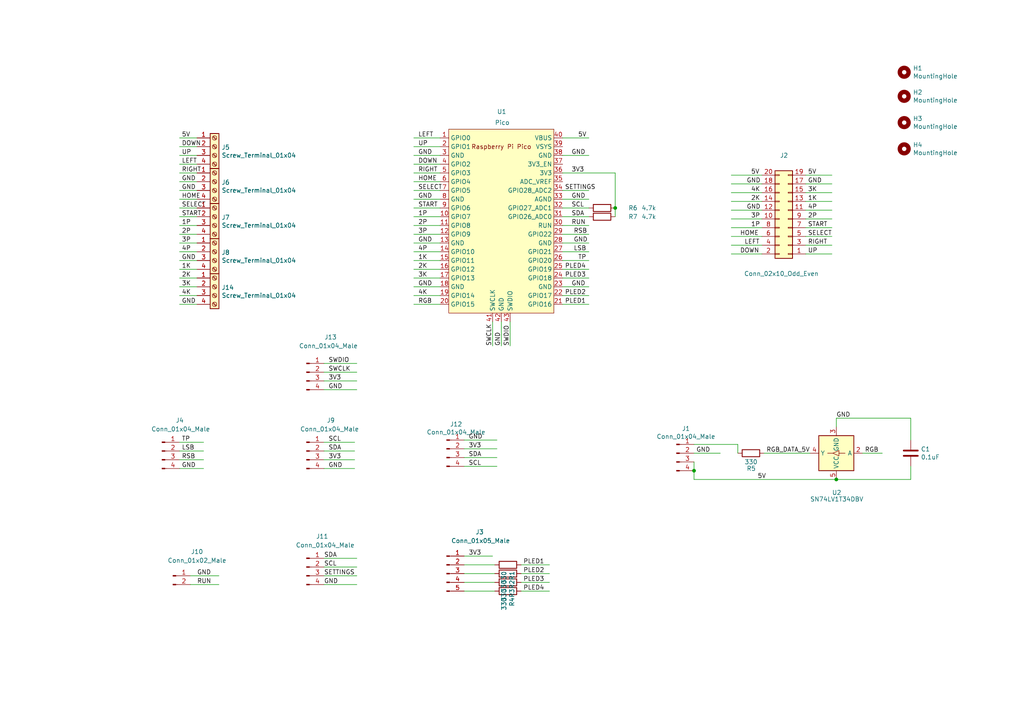
<source format=kicad_sch>
(kicad_sch (version 20211123) (generator eeschema)
  (paper "A4")
  (lib_symbols
    (symbol "Connector:Conn_01x02_Male" (pin_names (offset 1.016) hide)
      (property "Reference" "J" (at 0 2.54 0))
      (property "Value" "Conn_01x02_Male" (at 0 -5.08 0))
      (symbol "Conn_01x02_Male_1_1"
        (polyline (pts (xy 1.27 -2.54) (xy 0.8636 -2.54)) (stroke (width 0.1524)))
        (polyline (pts (xy 1.27 0) (xy 0.8636 0)) (stroke (width 0.1524)))
        (rectangle (start 0.8636 -2.413) (end 0 -2.667) (stroke (width 0.1524)) (fill (type outline)))
        (rectangle (start 0.8636 0.127) (end 0 -0.127) (stroke (width 0.1524)) (fill (type outline)))
        (pin passive line (at 5.08 0 180) (length 3.81) (name "Pin_1") (number "1"))
        (pin passive line (at 5.08 -2.54 180) (length 3.81) (name "Pin_2") (number "2"))
      )
    )
    (symbol "Connector:Conn_01x04_Male" (pin_names (offset 1.016) hide)
      (property "Reference" "J" (at 0 5.08 0))
      (property "Value" "Conn_01x04_Male" (at 0 -7.62 0))
      (symbol "Conn_01x04_Male_1_1"
        (polyline (pts (xy 1.27 -5.08) (xy 0.8636 -5.08)) (stroke (width 0.1524)))
        (polyline (pts (xy 1.27 -2.54) (xy 0.8636 -2.54)) (stroke (width 0.1524)))
        (polyline (pts (xy 1.27 0) (xy 0.8636 0)) (stroke (width 0.1524)))
        (polyline (pts (xy 1.27 2.54) (xy 0.8636 2.54)) (stroke (width 0.1524)))
        (rectangle (start 0.8636 -4.953) (end 0 -5.207) (stroke (width 0.1524)) (fill (type outline)))
        (rectangle (start 0.8636 -2.413) (end 0 -2.667) (stroke (width 0.1524)) (fill (type outline)))
        (rectangle (start 0.8636 0.127) (end 0 -0.127) (stroke (width 0.1524)) (fill (type outline)))
        (rectangle (start 0.8636 2.667) (end 0 2.413) (stroke (width 0.1524)) (fill (type outline)))
        (pin passive line (at 5.08 2.54 180) (length 3.81) (name "Pin_1") (number "1"))
        (pin passive line (at 5.08 0 180) (length 3.81) (name "Pin_2") (number "2"))
        (pin passive line (at 5.08 -2.54 180) (length 3.81) (name "Pin_3") (number "3"))
        (pin passive line (at 5.08 -5.08 180) (length 3.81) (name "Pin_4") (number "4"))
      )
    )
    (symbol "Connector:Conn_01x05_Male" (pin_names (offset 1.016) hide)
      (property "Reference" "J" (at 0 7.62 0))
      (property "Value" "Conn_01x05_Male" (at 0 -7.62 0))
      (symbol "Conn_01x05_Male_1_1"
        (polyline (pts (xy 1.27 -5.08) (xy 0.8636 -5.08)) (stroke (width 0.1524)))
        (polyline (pts (xy 1.27 -2.54) (xy 0.8636 -2.54)) (stroke (width 0.1524)))
        (polyline (pts (xy 1.27 0) (xy 0.8636 0)) (stroke (width 0.1524)))
        (polyline (pts (xy 1.27 2.54) (xy 0.8636 2.54)) (stroke (width 0.1524)))
        (polyline (pts (xy 1.27 5.08) (xy 0.8636 5.08)) (stroke (width 0.1524)))
        (rectangle (start 0.8636 -4.953) (end 0 -5.207) (stroke (width 0.1524)) (fill (type outline)))
        (rectangle (start 0.8636 -2.413) (end 0 -2.667) (stroke (width 0.1524)) (fill (type outline)))
        (rectangle (start 0.8636 0.127) (end 0 -0.127) (stroke (width 0.1524)) (fill (type outline)))
        (rectangle (start 0.8636 2.667) (end 0 2.413) (stroke (width 0.1524)) (fill (type outline)))
        (rectangle (start 0.8636 5.207) (end 0 4.953) (stroke (width 0.1524)) (fill (type outline)))
        (pin passive line (at 5.08 5.08 180) (length 3.81) (name "Pin_1") (number "1"))
        (pin passive line (at 5.08 2.54 180) (length 3.81) (name "Pin_2") (number "2"))
        (pin passive line (at 5.08 0 180) (length 3.81) (name "Pin_3") (number "3"))
        (pin passive line (at 5.08 -2.54 180) (length 3.81) (name "Pin_4") (number "4"))
        (pin passive line (at 5.08 -5.08 180) (length 3.81) (name "Pin_5") (number "5"))
      )
    )
    (symbol "Connector:Screw_Terminal_01x04" (pin_names (offset 1.016) hide)
      (property "Reference" "J" (at 0 5.08 0))
      (property "Value" "Screw_Terminal_01x04" (at 0 -7.62 0))
      (symbol "Screw_Terminal_01x04_1_1"
        (rectangle (start -1.27 3.81) (end 1.27 -6.35) (stroke (width 0.254)) (fill (type background)))
        (circle (center 0 -5.08) (radius 0.635) (stroke (width 0.1524)))
        (circle (center 0 -2.54) (radius 0.635) (stroke (width 0.1524)))
        (polyline (pts (xy -0.5334 -4.7498) (xy 0.3302 -5.588)) (stroke (width 0.1524)))
        (polyline (pts (xy -0.5334 -2.2098) (xy 0.3302 -3.048)) (stroke (width 0.1524)))
        (polyline (pts (xy -0.5334 0.3302) (xy 0.3302 -0.508)) (stroke (width 0.1524)))
        (polyline (pts (xy -0.5334 2.8702) (xy 0.3302 2.032)) (stroke (width 0.1524)))
        (polyline (pts (xy -0.3556 -4.572) (xy 0.508 -5.4102)) (stroke (width 0.1524)))
        (polyline (pts (xy -0.3556 -2.032) (xy 0.508 -2.8702)) (stroke (width 0.1524)))
        (polyline (pts (xy -0.3556 0.508) (xy 0.508 -0.3302)) (stroke (width 0.1524)))
        (polyline (pts (xy -0.3556 3.048) (xy 0.508 2.2098)) (stroke (width 0.1524)))
        (circle (center 0 0) (radius 0.635) (stroke (width 0.1524)))
        (circle (center 0 2.54) (radius 0.635) (stroke (width 0.1524)))
        (pin passive line (at -5.08 2.54 0) (length 3.81) (name "Pin_1") (number "1"))
        (pin passive line (at -5.08 0 0) (length 3.81) (name "Pin_2") (number "2"))
        (pin passive line (at -5.08 -2.54 0) (length 3.81) (name "Pin_3") (number "3"))
        (pin passive line (at -5.08 -5.08 0) (length 3.81) (name "Pin_4") (number "4"))
      )
    )
    (symbol "Connector_Generic:Conn_02x10_Odd_Even" (pin_names (offset 1.016) hide)
      (property "Reference" "J" (at 1.27 12.7 0))
      (property "Value" "Conn_02x10_Odd_Even" (at 1.27 -15.24 0))
      (symbol "Conn_02x10_Odd_Even_1_1"
        (rectangle (start -1.27 -12.573) (end 0 -12.827) (stroke (width 0.1524)))
        (rectangle (start -1.27 -10.033) (end 0 -10.287) (stroke (width 0.1524)))
        (rectangle (start -1.27 -7.493) (end 0 -7.747) (stroke (width 0.1524)))
        (rectangle (start -1.27 -4.953) (end 0 -5.207) (stroke (width 0.1524)))
        (rectangle (start -1.27 -2.413) (end 0 -2.667) (stroke (width 0.1524)))
        (rectangle (start -1.27 0.127) (end 0 -0.127) (stroke (width 0.1524)))
        (rectangle (start -1.27 2.667) (end 0 2.413) (stroke (width 0.1524)))
        (rectangle (start -1.27 5.207) (end 0 4.953) (stroke (width 0.1524)))
        (rectangle (start -1.27 7.747) (end 0 7.493) (stroke (width 0.1524)))
        (rectangle (start -1.27 10.287) (end 0 10.033) (stroke (width 0.1524)))
        (rectangle (start -1.27 11.43) (end 3.81 -13.97) (stroke (width 0.254)) (fill (type background)))
        (rectangle (start 3.81 -12.573) (end 2.54 -12.827) (stroke (width 0.1524)))
        (rectangle (start 3.81 -10.033) (end 2.54 -10.287) (stroke (width 0.1524)))
        (rectangle (start 3.81 -7.493) (end 2.54 -7.747) (stroke (width 0.1524)))
        (rectangle (start 3.81 -4.953) (end 2.54 -5.207) (stroke (width 0.1524)))
        (rectangle (start 3.81 -2.413) (end 2.54 -2.667) (stroke (width 0.1524)))
        (rectangle (start 3.81 0.127) (end 2.54 -0.127) (stroke (width 0.1524)))
        (rectangle (start 3.81 2.667) (end 2.54 2.413) (stroke (width 0.1524)))
        (rectangle (start 3.81 5.207) (end 2.54 4.953) (stroke (width 0.1524)))
        (rectangle (start 3.81 7.747) (end 2.54 7.493) (stroke (width 0.1524)))
        (rectangle (start 3.81 10.287) (end 2.54 10.033) (stroke (width 0.1524)))
        (pin passive line (at -5.08 10.16 0) (length 3.81) (name "Pin_1") (number "1"))
        (pin passive line (at 7.62 0 180) (length 3.81) (name "Pin_10") (number "10"))
        (pin passive line (at -5.08 -2.54 0) (length 3.81) (name "Pin_11") (number "11"))
        (pin passive line (at 7.62 -2.54 180) (length 3.81) (name "Pin_12") (number "12"))
        (pin passive line (at -5.08 -5.08 0) (length 3.81) (name "Pin_13") (number "13"))
        (pin passive line (at 7.62 -5.08 180) (length 3.81) (name "Pin_14") (number "14"))
        (pin passive line (at -5.08 -7.62 0) (length 3.81) (name "Pin_15") (number "15"))
        (pin passive line (at 7.62 -7.62 180) (length 3.81) (name "Pin_16") (number "16"))
        (pin passive line (at -5.08 -10.16 0) (length 3.81) (name "Pin_17") (number "17"))
        (pin passive line (at 7.62 -10.16 180) (length 3.81) (name "Pin_18") (number "18"))
        (pin passive line (at -5.08 -12.7 0) (length 3.81) (name "Pin_19") (number "19"))
        (pin passive line (at 7.62 10.16 180) (length 3.81) (name "Pin_2") (number "2"))
        (pin passive line (at 7.62 -12.7 180) (length 3.81) (name "Pin_20") (number "20"))
        (pin passive line (at -5.08 7.62 0) (length 3.81) (name "Pin_3") (number "3"))
        (pin passive line (at 7.62 7.62 180) (length 3.81) (name "Pin_4") (number "4"))
        (pin passive line (at -5.08 5.08 0) (length 3.81) (name "Pin_5") (number "5"))
        (pin passive line (at 7.62 5.08 180) (length 3.81) (name "Pin_6") (number "6"))
        (pin passive line (at -5.08 2.54 0) (length 3.81) (name "Pin_7") (number "7"))
        (pin passive line (at 7.62 2.54 180) (length 3.81) (name "Pin_8") (number "8"))
        (pin passive line (at -5.08 0 0) (length 3.81) (name "Pin_9") (number "9"))
      )
    )
    (symbol "Device:C" (pin_numbers hide) (pin_names (offset 0.254))
      (property "Reference" "C" (at 0.635 2.54 0))
      (property "Value" "C" (at 0.635 -2.54 0))
      (symbol "C_0_1"
        (polyline (pts (xy -2.032 -0.762) (xy 2.032 -0.762)) (stroke (width 0.508)))
        (polyline (pts (xy -2.032 0.762) (xy 2.032 0.762)) (stroke (width 0.508)))
      )
      (symbol "C_1_1"
        (pin passive line (at 0 3.81 270) (length 2.794) (name "~") (number "1"))
        (pin passive line (at 0 -3.81 90) (length 2.794) (name "~") (number "2"))
      )
    )
    (symbol "Device:R" (pin_numbers hide) (pin_names (offset 0))
      (property "Reference" "R" (at 2.032 0 90))
      (property "Value" "R" (at 0 0 90))
      (symbol "R_0_1"
        (rectangle (start -1.016 -2.54) (end 1.016 2.54) (stroke (width 0.254)))
      )
      (symbol "R_1_1"
        (pin passive line (at 0 3.81 270) (length 1.27) (name "~") (number "1"))
        (pin passive line (at 0 -3.81 90) (length 1.27) (name "~") (number "2"))
      )
    )
    (symbol "Logic_LevelTranslator:SN74LV1T34DBV"
      (property "Reference" "U" (at 5.08 6.35 0))
      (property "Value" "SN74LV1T34DBV" (at 5.08 3.81 0))
      (symbol "SN74LV1T34DBV_0_1"
        (rectangle (start -5.08 5.08) (end 5.08 -5.08) (stroke (width 0.254)) (fill (type background)))
        (polyline (pts (xy -0.762 0) (xy -2.54 0)))
        (polyline (pts (xy 1.016 0) (xy 2.54 0)))
      )
      (symbol "SN74LV1T34DBV_1_1"
        (polyline (pts (xy -0.762 -0.762) (xy -0.762 0.762) (xy 1.016 0) (xy -0.762 -0.762)))
        (pin no_connect line (at -5.08 2.54 0) (length 2.54) hide (name "NC") (number "1"))
        (pin input line (at -7.62 0 0) (length 2.54) (name "A") (number "2"))
        (pin power_in line (at 0 -7.62 90) (length 2.54) (name "GND") (number "3"))
        (pin output line (at 7.62 0 180) (length 2.54) (name "Y") (number "4"))
        (pin power_in line (at 0 7.62 270) (length 2.54) (name "VCC") (number "5"))
      )
    )
    (symbol "MCU_RaspberryPi_and_Boards:Pico"
      (property "Reference" "U" (at -13.97 27.94 0))
      (property "Value" "MCU_RaspberryPi_and_Boards_Pico" (at 0 19.05 0))
      (symbol "Pico_0_0"
        (text "Raspberry Pi Pico" (at 0 21.59 0) (effects (font (size 1.27 1.27))))
      )
      (symbol "Pico_0_1"
        (rectangle (start -15.24 26.67) (end 15.24 -26.67) (fill (type background)))
      )
      (symbol "Pico_1_1"
        (pin bidirectional line (at -17.78 24.13 0) (length 2.54) (name "GPIO0") (number "1"))
        (pin bidirectional line (at -17.78 1.27 0) (length 2.54) (name "GPIO7") (number "10"))
        (pin bidirectional line (at -17.78 -1.27 0) (length 2.54) (name "GPIO8") (number "11"))
        (pin bidirectional line (at -17.78 -3.81 0) (length 2.54) (name "GPIO9") (number "12"))
        (pin power_in line (at -17.78 -6.35 0) (length 2.54) (name "GND") (number "13"))
        (pin bidirectional line (at -17.78 -8.89 0) (length 2.54) (name "GPIO10") (number "14"))
        (pin bidirectional line (at -17.78 -11.43 0) (length 2.54) (name "GPIO11") (number "15"))
        (pin bidirectional line (at -17.78 -13.97 0) (length 2.54) (name "GPIO12") (number "16"))
        (pin bidirectional line (at -17.78 -16.51 0) (length 2.54) (name "GPIO13") (number "17"))
        (pin power_in line (at -17.78 -19.05 0) (length 2.54) (name "GND") (number "18"))
        (pin bidirectional line (at -17.78 -21.59 0) (length 2.54) (name "GPIO14") (number "19"))
        (pin bidirectional line (at -17.78 21.59 0) (length 2.54) (name "GPIO1") (number "2"))
        (pin bidirectional line (at -17.78 -24.13 0) (length 2.54) (name "GPIO15") (number "20"))
        (pin bidirectional line (at 17.78 -24.13 180) (length 2.54) (name "GPIO16") (number "21"))
        (pin bidirectional line (at 17.78 -21.59 180) (length 2.54) (name "GPIO17") (number "22"))
        (pin power_in line (at 17.78 -19.05 180) (length 2.54) (name "GND") (number "23"))
        (pin bidirectional line (at 17.78 -16.51 180) (length 2.54) (name "GPIO18") (number "24"))
        (pin bidirectional line (at 17.78 -13.97 180) (length 2.54) (name "GPIO19") (number "25"))
        (pin bidirectional line (at 17.78 -11.43 180) (length 2.54) (name "GPIO20") (number "26"))
        (pin bidirectional line (at 17.78 -8.89 180) (length 2.54) (name "GPIO21") (number "27"))
        (pin power_in line (at 17.78 -6.35 180) (length 2.54) (name "GND") (number "28"))
        (pin bidirectional line (at 17.78 -3.81 180) (length 2.54) (name "GPIO22") (number "29"))
        (pin power_in line (at -17.78 19.05 0) (length 2.54) (name "GND") (number "3"))
        (pin input line (at 17.78 -1.27 180) (length 2.54) (name "RUN") (number "30"))
        (pin bidirectional line (at 17.78 1.27 180) (length 2.54) (name "GPIO26_ADC0") (number "31"))
        (pin bidirectional line (at 17.78 3.81 180) (length 2.54) (name "GPIO27_ADC1") (number "32"))
        (pin power_in line (at 17.78 6.35 180) (length 2.54) (name "AGND") (number "33"))
        (pin bidirectional line (at 17.78 8.89 180) (length 2.54) (name "GPIO28_ADC2") (number "34"))
        (pin power_in line (at 17.78 11.43 180) (length 2.54) (name "ADC_VREF") (number "35"))
        (pin power_in line (at 17.78 13.97 180) (length 2.54) (name "3V3") (number "36"))
        (pin input line (at 17.78 16.51 180) (length 2.54) (name "3V3_EN") (number "37"))
        (pin bidirectional line (at 17.78 19.05 180) (length 2.54) (name "GND") (number "38"))
        (pin power_in line (at 17.78 21.59 180) (length 2.54) (name "VSYS") (number "39"))
        (pin bidirectional line (at -17.78 16.51 0) (length 2.54) (name "GPIO2") (number "4"))
        (pin power_in line (at 17.78 24.13 180) (length 2.54) (name "VBUS") (number "40"))
        (pin input line (at -2.54 -29.21 90) (length 2.54) (name "SWCLK") (number "41"))
        (pin power_in line (at 0 -29.21 90) (length 2.54) (name "GND") (number "42"))
        (pin bidirectional line (at 2.54 -29.21 90) (length 2.54) (name "SWDIO") (number "43"))
        (pin bidirectional line (at -17.78 13.97 0) (length 2.54) (name "GPIO3") (number "5"))
        (pin bidirectional line (at -17.78 11.43 0) (length 2.54) (name "GPIO4") (number "6"))
        (pin bidirectional line (at -17.78 8.89 0) (length 2.54) (name "GPIO5") (number "7"))
        (pin power_in line (at -17.78 6.35 0) (length 2.54) (name "GND") (number "8"))
        (pin bidirectional line (at -17.78 3.81 0) (length 2.54) (name "GPIO6") (number "9"))
      )
    )
    (symbol "Mechanical:MountingHole" (pin_names (offset 1.016))
      (property "Reference" "H" (at 0 5.08 0))
      (property "Value" "MountingHole" (at 0 3.175 0))
      (symbol "MountingHole_0_1"
        (circle (center 0 0) (radius 1.27) (stroke (width 1.27)))
      )
    )
  )
  (junction (at 242.57 139.065))
  (junction (at 178.435 60.325))
  (junction (at 201.295 136.525))
  (wire (pts (xy 120.015 88.265) (xy 127.635 88.265)))
  (wire (pts (xy 103.505 110.49) (xy 93.98 110.49)))
  (wire (pts (xy 159.385 171.45) (xy 151.13 171.45)))
  (wire (pts (xy 170.815 60.325) (xy 163.195 60.325)))
  (wire (pts (xy 144.145 132.715) (xy 134.62 132.715)))
  (wire (pts (xy 57.15 70.485) (xy 52.07 70.485)))
  (wire (pts (xy 144.145 127.635) (xy 134.62 127.635)))
  (wire (pts (xy 120.015 73.025) (xy 127.635 73.025)))
  (wire (pts (xy 59.055 130.81) (xy 52.07 130.81)))
  (wire (pts (xy 57.15 75.565) (xy 52.07 75.565)))
  (wire (pts (xy 57.15 83.185) (xy 52.07 83.185)))
  (wire (pts (xy 241.3 58.42) (xy 233.68 58.42)))
  (wire (pts (xy 102.87 128.27) (xy 93.98 128.27)))
  (wire (pts (xy 159.385 163.83) (xy 151.13 163.83)))
  (wire (pts (xy 241.3 55.88) (xy 233.68 55.88)))
  (wire (pts (xy 57.15 73.025) (xy 52.07 73.025)))
  (wire (pts (xy 241.3 53.34) (xy 233.68 53.34)))
  (wire (pts (xy 120.015 85.725) (xy 127.635 85.725)))
  (wire (pts (xy 212.09 63.5) (xy 220.98 63.5)))
  (wire (pts (xy 120.015 60.325) (xy 127.635 60.325)))
  (wire (pts (xy 170.815 80.645) (xy 163.195 80.645)))
  (wire (pts (xy 103.505 161.925) (xy 93.98 161.925)))
  (wire (pts (xy 120.015 47.625) (xy 127.635 47.625)))
  (wire (pts (xy 57.15 78.105) (xy 52.07 78.105)))
  (wire (pts (xy 212.09 73.66) (xy 220.98 73.66)))
  (wire (pts (xy 103.505 105.41) (xy 93.98 105.41)))
  (wire (pts (xy 63.5 167.005) (xy 55.245 167.005)))
  (wire (pts (xy 57.15 52.705) (xy 52.07 52.705)))
  (wire (pts (xy 250.19 131.445) (xy 255.905 131.445)))
  (wire (pts (xy 120.015 75.565) (xy 127.635 75.565)))
  (wire (pts (xy 134.62 171.45) (xy 143.51 171.45)))
  (wire (pts (xy 159.385 168.91) (xy 151.13 168.91)))
  (wire (pts (xy 201.295 128.905) (xy 213.995 128.905)))
  (wire (pts (xy 120.015 65.405) (xy 127.635 65.405)))
  (wire (pts (xy 212.09 58.42) (xy 220.98 58.42)))
  (wire (pts (xy 201.295 136.525) (xy 201.295 139.065)))
  (wire (pts (xy 201.295 131.445) (xy 208.915 131.445)))
  (wire (pts (xy 134.62 163.83) (xy 143.51 163.83)))
  (wire (pts (xy 241.3 68.58) (xy 233.68 68.58)))
  (wire (pts (xy 212.09 60.96) (xy 220.98 60.96)))
  (wire (pts (xy 170.815 65.405) (xy 163.195 65.405)))
  (wire (pts (xy 57.15 65.405) (xy 52.07 65.405)))
  (wire (pts (xy 170.815 75.565) (xy 163.195 75.565)))
  (wire (pts (xy 120.015 45.085) (xy 127.635 45.085)))
  (wire (pts (xy 57.15 47.625) (xy 52.07 47.625)))
  (wire (pts (xy 120.015 55.245) (xy 127.635 55.245)))
  (wire (pts (xy 134.62 168.91) (xy 143.51 168.91)))
  (wire (pts (xy 241.3 73.66) (xy 233.68 73.66)))
  (wire (pts (xy 212.09 66.04) (xy 220.98 66.04)))
  (wire (pts (xy 241.3 63.5) (xy 233.68 63.5)))
  (wire (pts (xy 63.5 169.545) (xy 55.245 169.545)))
  (wire (pts (xy 102.87 135.89) (xy 93.98 135.89)))
  (wire (pts (xy 170.815 55.245) (xy 163.195 55.245)))
  (wire (pts (xy 144.145 135.255) (xy 134.62 135.255)))
  (wire (pts (xy 120.015 62.865) (xy 127.635 62.865)))
  (wire (pts (xy 163.195 50.165) (xy 178.435 50.165)))
  (wire (pts (xy 212.09 53.34) (xy 220.98 53.34)))
  (wire (pts (xy 120.015 67.945) (xy 127.635 67.945)))
  (wire (pts (xy 57.15 45.085) (xy 52.07 45.085)))
  (wire (pts (xy 57.15 40.005) (xy 52.07 40.005)))
  (wire (pts (xy 120.015 70.485) (xy 127.635 70.485)))
  (wire (pts (xy 57.15 88.265) (xy 52.07 88.265)))
  (wire (pts (xy 120.015 52.705) (xy 127.635 52.705)))
  (wire (pts (xy 212.09 55.88) (xy 220.98 55.88)))
  (wire (pts (xy 57.15 67.945) (xy 52.07 67.945)))
  (wire (pts (xy 170.815 85.725) (xy 163.195 85.725)))
  (wire (pts (xy 103.505 107.95) (xy 93.98 107.95)))
  (wire (pts (xy 144.145 130.175) (xy 134.62 130.175)))
  (wire (pts (xy 59.055 133.35) (xy 52.07 133.35)))
  (wire (pts (xy 264.16 121.285) (xy 264.16 127.635)))
  (wire (pts (xy 57.15 50.165) (xy 52.07 50.165)))
  (wire (pts (xy 170.815 45.085) (xy 163.195 45.085)))
  (wire (pts (xy 212.09 50.8) (xy 220.98 50.8)))
  (wire (pts (xy 170.815 73.025) (xy 163.195 73.025)))
  (wire (pts (xy 57.15 60.325) (xy 52.07 60.325)))
  (wire (pts (xy 242.57 139.065) (xy 264.16 139.065)))
  (wire (pts (xy 57.15 80.645) (xy 52.07 80.645)))
  (wire (pts (xy 213.995 128.905) (xy 213.995 131.445)))
  (wire (pts (xy 159.385 166.37) (xy 151.13 166.37)))
  (wire (pts (xy 170.815 70.485) (xy 163.195 70.485)))
  (wire (pts (xy 264.16 139.065) (xy 264.16 135.255)))
  (wire (pts (xy 57.15 42.545) (xy 52.07 42.545)))
  (wire (pts (xy 170.815 57.785) (xy 163.195 57.785)))
  (wire (pts (xy 59.055 128.27) (xy 52.07 128.27)))
  (wire (pts (xy 59.055 135.89) (xy 52.07 135.89)))
  (wire (pts (xy 142.875 93.345) (xy 142.875 100.33)))
  (wire (pts (xy 212.09 68.58) (xy 220.98 68.58)))
  (wire (pts (xy 120.015 50.165) (xy 127.635 50.165)))
  (wire (pts (xy 170.815 78.105) (xy 163.195 78.105)))
  (wire (pts (xy 241.3 66.04) (xy 233.68 66.04)))
  (wire (pts (xy 170.815 88.265) (xy 163.195 88.265)))
  (wire (pts (xy 93.98 164.465) (xy 103.505 164.465)))
  (wire (pts (xy 93.98 167.005) (xy 103.505 167.005)))
  (wire (pts (xy 120.015 42.545) (xy 127.635 42.545)))
  (wire (pts (xy 170.815 67.945) (xy 163.195 67.945)))
  (wire (pts (xy 170.815 62.865) (xy 163.195 62.865)))
  (wire (pts (xy 134.62 161.29) (xy 142.875 161.29)))
  (wire (pts (xy 241.3 50.8) (xy 233.68 50.8)))
  (wire (pts (xy 57.15 57.785) (xy 52.07 57.785)))
  (wire (pts (xy 221.615 131.445) (xy 234.95 131.445)))
  (wire (pts (xy 241.3 71.12) (xy 233.68 71.12)))
  (wire (pts (xy 201.295 136.525) (xy 201.295 133.985)))
  (wire (pts (xy 120.015 78.105) (xy 127.635 78.105)))
  (wire (pts (xy 93.98 113.03) (xy 103.505 113.03)))
  (wire (pts (xy 212.09 71.12) (xy 220.98 71.12)))
  (wire (pts (xy 134.62 166.37) (xy 143.51 166.37)))
  (wire (pts (xy 57.15 62.865) (xy 52.07 62.865)))
  (wire (pts (xy 163.195 40.005) (xy 170.815 40.005)))
  (wire (pts (xy 170.815 83.185) (xy 163.195 83.185)))
  (wire (pts (xy 102.87 130.81) (xy 93.98 130.81)))
  (wire (pts (xy 242.57 121.285) (xy 264.16 121.285)))
  (wire (pts (xy 120.015 83.185) (xy 127.635 83.185)))
  (wire (pts (xy 57.15 55.245) (xy 52.07 55.245)))
  (wire (pts (xy 242.57 123.825) (xy 242.57 121.285)))
  (wire (pts (xy 241.3 60.96) (xy 233.68 60.96)))
  (wire (pts (xy 102.87 133.35) (xy 93.98 133.35)))
  (wire (pts (xy 178.435 50.165) (xy 178.435 60.325)))
  (wire (pts (xy 120.015 57.785) (xy 127.635 57.785)))
  (wire (pts (xy 178.435 60.325) (xy 178.435 62.865)))
  (wire (pts (xy 93.98 169.545) (xy 103.505 169.545)))
  (wire (pts (xy 120.015 40.005) (xy 127.635 40.005)))
  (wire (pts (xy 145.415 93.345) (xy 145.415 100.33)))
  (wire (pts (xy 120.015 80.645) (xy 127.635 80.645)))
  (wire (pts (xy 147.955 93.345) (xy 147.955 100.33)))
  (wire (pts (xy 201.295 139.065) (xy 242.57 139.065)))
  (wire (pts (xy 57.15 85.725) (xy 52.07 85.725)))
  (label "START" (at 234.315 66.04 0))
  (label "3K" (at 52.705 83.185 0))
  (label "4K" (at 217.805 55.88 0))
  (label "LEFT" (at 215.9 71.12 0))
  (label "3K" (at 234.315 55.88 0))
  (label "2K" (at 121.285 78.105 0))
  (label "GND" (at 234.315 53.34 0))
  (label "SCL" (at 93.98 164.465 0))
  (label "RGB" (at 250.825 131.445 0))
  (label "4P" (at 121.285 73.025 0))
  (label "UP" (at 121.285 42.545 0))
  (label "RUN" (at 165.735 65.405 0))
  (label "GND" (at 165.735 57.785 0))
  (label "LEFT" (at 52.705 47.625 0))
  (label "2P" (at 234.315 63.5 0))
  (label "RIGHT" (at 121.285 50.165 0))
  (label "PLED4" (at 163.83 78.105 0))
  (label "GND" (at 121.285 70.485 0))
  (label "GND" (at 57.15 167.005 0))
  (label "5V" (at 234.315 50.8 0))
  (label "5V" (at 219.71 139.065 0))
  (label "SWCLK" (at 95.25 107.95 0))
  (label "SETTINGS" (at 93.98 167.005 0))
  (label "RGB_DATA_5V" (at 222.25 131.445 0))
  (label "DOWN" (at 121.285 47.625 0))
  (label "HOME" (at 121.285 52.705 0))
  (label "4K" (at 121.285 85.725 0))
  (label "2P" (at 121.285 65.405 0))
  (label "SDA" (at 93.98 161.925 0))
  (label "GND" (at 216.535 53.34 0))
  (label "5V" (at 167.64 40.005 0))
  (label "4K" (at 52.705 85.725 0))
  (label "2K" (at 52.705 80.645 0))
  (label "GND" (at 242.57 121.285 0))
  (label "RUN" (at 57.15 169.545 0))
  (label "3V3" (at 135.89 130.175 0))
  (label "GND" (at 121.285 45.085 0))
  (label "3P" (at 217.805 63.5 0))
  (label "START" (at 121.285 60.325 0))
  (label "5V" (at 52.705 40.005 0))
  (label "LSB" (at 52.705 130.81 0))
  (label "UP" (at 234.315 73.66 0))
  (label "GND" (at 216.535 60.96 0))
  (label "HOME" (at 52.705 57.785 0))
  (label "LEFT" (at 121.285 40.005 0))
  (label "2P" (at 52.705 67.945 0))
  (label "DOWN" (at 52.705 42.545 0))
  (label "4P" (at 52.705 73.025 0))
  (label "3V3" (at 95.25 110.49 0))
  (label "GND" (at 135.89 127.635 0))
  (label "PLED4" (at 151.765 171.45 0))
  (label "1K" (at 52.705 78.105 0))
  (label "SELECT" (at 121.285 55.245 0))
  (label "GND" (at 52.705 135.89 0))
  (label "GND" (at 95.25 113.03 0))
  (label "1K" (at 121.285 75.565 0))
  (label "PLED2" (at 151.765 166.37 0))
  (label "RGB" (at 121.285 88.265 0))
  (label "GND" (at 166.37 70.485 0))
  (label "UP" (at 52.705 45.085 0))
  (label "GND" (at 121.285 57.785 0))
  (label "SCL" (at 135.89 135.255 0))
  (label "5V" (at 217.805 50.8 0))
  (label "3V3" (at 135.89 161.29 0))
  (label "DOWN" (at 214.63 73.66 0))
  (label "SWDIO" (at 147.955 100.33 90))
  (label "PLED3" (at 151.765 168.91 0))
  (label "GND" (at 93.98 169.545 0))
  (label "RSB" (at 166.37 67.945 0))
  (label "1P" (at 121.285 62.865 0))
  (label "SETTINGS" (at 163.83 55.245 0))
  (label "RIGHT" (at 234.315 71.12 0))
  (label "3K" (at 121.285 80.645 0))
  (label "1P" (at 52.705 65.405 0))
  (label "GND" (at 121.285 83.185 0))
  (label "GND" (at 201.93 131.445 0))
  (label "2K" (at 217.805 58.42 0))
  (label "START" (at 52.705 62.865 0))
  (label "HOME" (at 214.63 68.58 0))
  (label "SDA" (at 95.25 130.81 0))
  (label "RIGHT" (at 52.705 50.165 0))
  (label "3P" (at 121.285 67.945 0))
  (label "4P" (at 234.315 60.96 0))
  (label "PLED1" (at 163.83 88.265 0))
  (label "RSB" (at 52.705 133.35 0))
  (label "SELECT" (at 52.705 60.325 0))
  (label "3V3" (at 165.735 50.165 0))
  (label "SWCLK" (at 142.875 100.33 90))
  (label "GND" (at 145.415 100.33 90))
  (label "LSB" (at 166.37 73.025 0))
  (label "GND" (at 52.705 55.245 0))
  (label "PLED2" (at 163.83 85.725 0))
  (label "PLED3" (at 163.83 80.645 0))
  (label "1P" (at 217.805 66.04 0))
  (label "PLED1" (at 151.765 163.83 0))
  (label "3V3" (at 95.25 133.35 0))
  (label "3P" (at 52.705 70.485 0))
  (label "TP" (at 167.64 75.565 0))
  (label "GND" (at 165.735 83.185 0))
  (label "SCL" (at 165.735 60.325 0))
  (label "GND" (at 52.705 75.565 0))
  (label "GND" (at 52.705 52.705 0))
  (label "GND" (at 165.735 45.085 0))
  (label "SELECT" (at 234.315 68.58 0))
  (label "GND" (at 95.25 135.89 0))
  (label "SDA" (at 165.735 62.865 0))
  (label "SWDIO" (at 95.25 105.41 0))
  (label "GND" (at 52.705 88.265 0))
  (label "SDA" (at 135.89 132.715 0))
  (label "SCL" (at 95.25 128.27 0))
  (label "TP" (at 52.705 128.27 0))
  (label "1K" (at 234.315 58.42 0))
  (symbol (lib_id "MCU_RaspberryPi_and_Boards:Pico") (at 145.415 64.135 0) (unit 1)
    (property "Reference" "U1" (at 144.145 32.385 0) (effects (justify left)))
    (property "Value" "Pico" (at 143.51 35.56 0) (effects (justify left)))
    (property "Footprint" "MCU_RaspberryPi_and_Boards:RPi_Pico_SMD_TH_Clean" (effects hide))
  )
  (symbol (lib_id "Connector_Generic:Conn_02x10_Odd_Even") (at 228.6 63.5 180) (unit 1)
    (property "Reference" "J2" (at 228.6 45.085 0) (effects (justify left)))
    (property "Value" "Conn_02x10_Odd_Even" (at 237.49 79.375 0) (effects (justify left)))
    (property "Footprint" "Connector_PinHeader_2.54mm:PinHeader_2x10_P2.54mm_Vertical" (effects hide))
  )
  (symbol (lib_id "Connector:Conn_01x05_Male") (at 129.54 166.37 0) (unit 1)
    (property "Reference" "J3" (at 140.335 154.305 0) (effects (justify right)))
    (property "Value" "Conn_01x05_Male" (at 147.955 156.845 0) (effects (justify right)))
    (property "Footprint" "Connector_JST:JST_PH_B5B-PH-K_1x05_P2.00mm_Vertical" (effects hide))
  )
  (symbol (lib_id "Connector:Conn_01x04_Male") (at 46.99 130.81 0) (unit 1)
    (property "Reference" "J4" (at 53.34 121.92 0) (effects (justify right)))
    (property "Value" "Conn_01x04_Male" (at 60.96 124.46 0) (effects (justify right)))
    (property "Footprint" "Connector_JST:JST_PH_B4B-PH-K_1x04_P2.00mm_Vertical" (effects hide))
  )
  (symbol (lib_id "Device:R") (at 147.32 163.83 270) (unit 1)
    (property "Reference" "R1" (at 148.4884 165.608 0) (effects (justify left)))
    (property "Value" "330" (at 146.177 165.608 0) (effects (justify left)))
    (property "Footprint" "Resistor_SMD:R_0805_2012Metric" (effects hide))
  )
  (symbol (lib_id "Device:R") (at 147.32 166.37 270) (unit 1)
    (property "Reference" "R2" (at 148.4884 168.148 0) (effects (justify left)))
    (property "Value" "330" (at 146.177 168.148 0) (effects (justify left)))
    (property "Footprint" "Resistor_SMD:R_0805_2012Metric" (effects hide))
  )
  (symbol (lib_id "Device:R") (at 147.32 168.91 270) (unit 1)
    (property "Reference" "R3" (at 148.4884 170.688 0) (effects (justify left)))
    (property "Value" "330" (at 146.177 170.688 0) (effects (justify left)))
    (property "Footprint" "Resistor_SMD:R_0805_2012Metric" (effects hide))
  )
  (symbol (lib_id "Device:R") (at 147.32 171.45 270) (unit 1)
    (property "Reference" "R4" (at 148.4884 173.228 0) (effects (justify left)))
    (property "Value" "330" (at 146.177 173.228 0) (effects (justify left)))
    (property "Footprint" "Resistor_SMD:R_0805_2012Metric" (effects hide))
  )
  (symbol (lib_id "Logic_LevelTranslator:SN74LV1T34DBV") (at 242.57 131.445 180) (unit 1)
    (property "Reference" "U2" (at 241.3 142.875 0) (effects (justify right)))
    (property "Value" "SN74LV1T34DBV" (at 234.95 144.78 0) (effects (justify right)))
    (property "Footprint" "Package_TO_SOT_SMD:SOT-23-5" (effects hide))
    (property "Datasheet" "https://www.ti.com/lit/ds/symlink/sn74lv1t34.pdf" (effects hide))
  )
  (symbol (lib_id "Connector:Conn_01x04_Male") (at 88.9 130.81 0) (unit 1)
    (property "Reference" "J9" (at 97.155 121.92 0) (effects (justify right)))
    (property "Value" "Conn_01x04_Male" (at 104.14 124.46 0) (effects (justify right)))
    (property "Footprint" "FeralAI:BOOM_SH_C145961_1x04_P1.00mm_Vertical" (effects hide))
  )
  (symbol (lib_id "Device:R") (at 217.805 131.445 270) (unit 1)
    (property "Reference" "R5" (at 216.535 135.89 90) (effects (justify left)))
    (property "Value" "330" (at 215.9 133.985 90) (effects (justify left)))
    (property "Footprint" "Resistor_SMD:R_0805_2012Metric" (effects hide))
  )
  (symbol (lib_id "Connector:Conn_01x02_Male") (at 50.165 167.005 0) (unit 1)
    (property "Reference" "J10" (at 57.15 160.02 0))
    (property "Value" "Conn_01x02_Male" (at 57.15 162.56 0))
    (property "Footprint" "Connector_PinHeader_2.54mm:PinHeader_1x02_P2.54mm_Vertical" (effects hide))
  )
  (symbol (lib_id "Device:C") (at 264.16 131.445 0) (unit 1)
    (property "Reference" "C1" (at 267.081 130.2766 0) (effects (justify left)))
    (property "Value" "0.1uF" (at 267.081 132.588 0) (effects (justify left)))
    (property "Footprint" "Capacitor_SMD:C_0805_2012Metric" (effects hide))
  )
  (symbol (lib_id "Device:R") (at 174.625 62.865 270) (unit 1)
    (property "Reference" "R7" (at 182.245 62.865 90) (effects (justify left)))
    (property "Value" "4.7k" (at 186.055 62.865 90) (effects (justify left)))
    (property "Footprint" "Resistor_SMD:R_0805_2012Metric" (effects hide))
  )
  (symbol (lib_id "Device:R") (at 174.625 60.325 270) (unit 1)
    (property "Reference" "R6" (at 182.245 60.325 90) (effects (justify left)))
    (property "Value" "4.7k" (at 186.055 60.325 90) (effects (justify left)))
    (property "Footprint" "Resistor_SMD:R_0805_2012Metric" (effects hide))
  )
  (symbol (lib_id "Connector:Conn_01x04_Male") (at 88.9 107.95 0) (unit 1)
    (property "Reference" "J13" (at 95.885 97.79 0))
    (property "Value" "Conn_01x04_Male" (at 95.25 100.33 0))
    (property "Footprint" "FeralAI:BOOM_SH_C145961_1x04_P1.00mm_Vertical" (effects hide))
  )
  (symbol (lib_id "Mechanical:MountingHole") (at 262.255 20.955 0) (unit 1)
    (property "Reference" "H1" (at 264.795 19.7866 0) (effects (justify left)))
    (property "Value" "MountingHole" (at 264.795 22.098 0) (effects (justify left)))
    (property "Footprint" "MountingHole:MountingHole_3.5mm" (effects hide))
  )
  (symbol (lib_id "Mechanical:MountingHole") (at 262.255 27.94 0) (unit 1)
    (property "Reference" "H2" (at 264.795 26.7716 0) (effects (justify left)))
    (property "Value" "MountingHole" (at 264.795 29.083 0) (effects (justify left)))
    (property "Footprint" "MountingHole:MountingHole_3.5mm" (effects hide))
  )
  (symbol (lib_id "Mechanical:MountingHole") (at 262.255 35.56 0) (unit 1)
    (property "Reference" "H3" (at 264.795 34.3916 0) (effects (justify left)))
    (property "Value" "MountingHole" (at 264.795 36.703 0) (effects (justify left)))
    (property "Footprint" "MountingHole:MountingHole_3.5mm" (effects hide))
  )
  (symbol (lib_id "Mechanical:MountingHole") (at 262.255 43.18 0) (unit 1)
    (property "Reference" "H4" (at 264.795 42.0116 0) (effects (justify left)))
    (property "Value" "MountingHole" (at 264.795 44.323 0) (effects (justify left)))
    (property "Footprint" "MountingHole:MountingHole_3.5mm" (effects hide))
  )
  (symbol (lib_id "Connector:Conn_01x04_Male") (at 88.9 164.465 0) (unit 1)
    (property "Reference" "J11" (at 95.25 155.575 0) (effects (justify right)))
    (property "Value" "Conn_01x04_Male" (at 102.87 158.115 0) (effects (justify right)))
    (property "Footprint" "Connector_JST:JST_PH_B4B-PH-K_1x04_P2.00mm_Vertical" (effects hide))
  )
  (symbol (lib_id "Connector:Conn_01x04_Male") (at 129.54 130.175 0) (unit 1)
    (property "Reference" "J12" (at 132.2832 123.0376 0))
    (property "Value" "Conn_01x04_Male" (at 132.2832 125.349 0))
    (property "Footprint" "Connector_JST:JST_PH_B4B-PH-K_1x04_P2.00mm_Vertical" (effects hide))
  )
  (symbol (lib_id "Connector:Conn_01x04_Male") (at 196.215 131.445 0) (unit 1)
    (property "Reference" "J1" (at 198.9582 124.3076 0))
    (property "Value" "Conn_01x04_Male" (at 198.9582 126.619 0))
    (property "Footprint" "Connector_JST:JST_PH_B4B-PH-K_1x04_P2.00mm_Vertical" (effects hide))
  )
  (symbol (lib_id "Connector:Screw_Terminal_01x04") (at 62.23 42.545 0) (unit 1)
    (property "Reference" "J5" (at 64.262 42.7482 0) (effects (justify left)))
    (property "Value" "Screw_Terminal_01x04" (at 64.262 45.0596 0) (effects (justify left)))
    (property "Footprint" "FeralAI:CONN-TH_DB125-3.5-4P-GN" (effects hide))
  )
  (symbol (lib_id "Connector:Screw_Terminal_01x04") (at 62.23 52.705 0) (unit 1)
    (property "Reference" "J6" (at 64.262 52.9082 0) (effects (justify left)))
    (property "Value" "Screw_Terminal_01x04" (at 64.262 55.2196 0) (effects (justify left)))
    (property "Footprint" "FeralAI:CONN-TH_DB125-3.5-4P-GN" (effects hide))
  )
  (symbol (lib_id "Connector:Screw_Terminal_01x04") (at 62.23 62.865 0) (unit 1)
    (property "Reference" "J7" (at 64.262 63.0682 0) (effects (justify left)))
    (property "Value" "Screw_Terminal_01x04" (at 64.262 65.3796 0) (effects (justify left)))
    (property "Footprint" "FeralAI:CONN-TH_DB125-3.5-4P-GN" (effects hide))
  )
  (symbol (lib_id "Connector:Screw_Terminal_01x04") (at 62.23 73.025 0) (unit 1)
    (property "Reference" "J8" (at 64.262 73.2282 0) (effects (justify left)))
    (property "Value" "Screw_Terminal_01x04" (at 64.262 75.5396 0) (effects (justify left)))
    (property "Footprint" "FeralAI:CONN-TH_DB125-3.5-4P-GN" (effects hide))
  )
  (symbol (lib_id "Connector:Screw_Terminal_01x04") (at 62.23 83.185 0) (unit 1)
    (property "Reference" "J14" (at 64.262 83.3882 0) (effects (justify left)))
    (property "Value" "Screw_Terminal_01x04" (at 64.262 85.6996 0) (effects (justify left)))
    (property "Footprint" "FeralAI:CONN-TH_DB125-3.5-4P-GN" (effects hide))
  )
)
</source>
